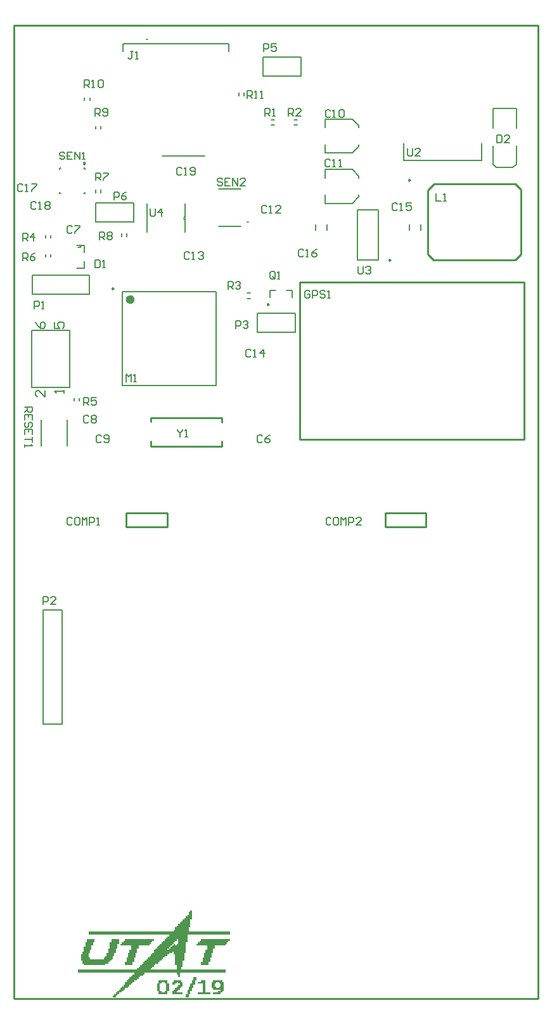
<source format=gto>
G04*
G04 #@! TF.GenerationSoftware,Altium Limited,Altium Designer,18.0.12 (696)*
G04*
G04 Layer_Color=65535*
%FSLAX25Y25*%
%MOIN*%
G70*
G01*
G75*
%ADD10C,0.00984*%
%ADD11C,0.00000*%
%ADD12C,0.00787*%
%ADD13C,0.02362*%
%ADD14C,0.00600*%
%ADD15C,0.01000*%
%ADD16C,0.00500*%
%ADD17C,0.00800*%
%ADD18C,0.00591*%
G36*
X55100Y30400D02*
Y29600D01*
Y28800D01*
X54300D01*
Y28000D01*
Y27200D01*
Y26400D01*
X53500D01*
Y25600D01*
Y24800D01*
Y24000D01*
X52700D01*
Y23200D01*
Y22400D01*
X51900D01*
Y21600D01*
Y20800D01*
X51100D01*
Y20000D01*
X50300D01*
Y19200D01*
X49500D01*
Y18400D01*
X47900D01*
Y17600D01*
X36700D01*
Y18400D01*
X35900D01*
Y19200D01*
Y20000D01*
X35100D01*
Y20800D01*
Y21600D01*
Y22400D01*
Y23200D01*
X35900D01*
Y24000D01*
Y24800D01*
X36700D01*
Y25600D01*
Y26400D01*
Y27200D01*
X37500D01*
Y28000D01*
Y28800D01*
Y29600D01*
X38300D01*
Y30400D01*
Y31200D01*
X42300D01*
Y30400D01*
Y29600D01*
X41500D01*
Y28800D01*
Y28000D01*
X40700D01*
Y27200D01*
Y26400D01*
Y25600D01*
X39900D01*
Y24800D01*
Y24000D01*
X39100D01*
Y23200D01*
Y22400D01*
Y21600D01*
X39900D01*
Y20800D01*
X47100D01*
Y21600D01*
X47900D01*
Y22400D01*
X48700D01*
Y23200D01*
Y24000D01*
X49500D01*
Y24800D01*
Y25600D01*
Y26400D01*
X50300D01*
Y27200D01*
Y28000D01*
Y28800D01*
Y29600D01*
X51100D01*
Y30400D01*
Y31200D01*
X55100D01*
Y30400D01*
D02*
G37*
G36*
X113500D02*
X112700D01*
Y29600D01*
X111900D01*
Y28800D01*
X111100D01*
Y28000D01*
X105500D01*
Y27200D01*
Y26400D01*
X104700D01*
Y25600D01*
Y24800D01*
Y24000D01*
X103900D01*
Y23200D01*
Y22400D01*
Y21600D01*
X103100D01*
Y20800D01*
Y20000D01*
Y19200D01*
X102300D01*
Y18400D01*
Y17600D01*
X98300D01*
Y18400D01*
Y19200D01*
X99100D01*
Y20000D01*
Y20800D01*
Y21600D01*
X99900D01*
Y22400D01*
Y23200D01*
Y24000D01*
X100700D01*
Y24800D01*
Y25600D01*
X101500D01*
Y26400D01*
Y27200D01*
Y28000D01*
X95900D01*
Y28800D01*
X96700D01*
Y29600D01*
X97500D01*
Y30400D01*
X98300D01*
Y31200D01*
X113500D01*
Y30400D01*
D02*
G37*
G36*
X73500D02*
X72700D01*
Y29600D01*
X71900D01*
Y28800D01*
X71100D01*
Y28000D01*
X65500D01*
Y27200D01*
Y26400D01*
X64700D01*
Y25600D01*
Y24800D01*
Y24000D01*
X63900D01*
Y23200D01*
Y22400D01*
Y21600D01*
X63100D01*
Y20800D01*
Y20000D01*
Y19200D01*
X62300D01*
Y18400D01*
Y17600D01*
X58300D01*
Y18400D01*
Y19200D01*
X59100D01*
Y20000D01*
Y20800D01*
Y21600D01*
X59900D01*
Y22400D01*
Y23200D01*
Y24000D01*
X60700D01*
Y24800D01*
Y25600D01*
X61500D01*
Y26400D01*
Y27200D01*
Y28000D01*
X55900D01*
Y28800D01*
X56700D01*
Y29600D01*
X57500D01*
Y30400D01*
X58300D01*
Y31200D01*
X73500D01*
Y30400D01*
D02*
G37*
G36*
X93500Y45600D02*
Y44800D01*
Y44000D01*
Y43200D01*
Y42400D01*
Y41600D01*
X92700D01*
Y40800D01*
Y40000D01*
Y39200D01*
Y38400D01*
Y37600D01*
X91900D01*
Y36800D01*
Y36000D01*
Y35200D01*
X113500D01*
Y34400D01*
Y33600D01*
X91100D01*
Y32800D01*
Y32000D01*
Y31200D01*
Y30400D01*
Y29600D01*
X90300D01*
Y28800D01*
Y28000D01*
Y27200D01*
Y26400D01*
Y25600D01*
Y24800D01*
Y24000D01*
X89500D01*
Y23200D01*
Y22400D01*
Y21600D01*
Y20800D01*
Y20000D01*
X88700D01*
Y19200D01*
Y18400D01*
Y17600D01*
Y16800D01*
X87900D01*
Y16000D01*
Y15200D01*
X111100D01*
Y14400D01*
Y13600D01*
X87100D01*
Y12800D01*
Y12000D01*
Y11200D01*
X86300D01*
Y12000D01*
Y12800D01*
X85500D01*
Y13600D01*
X68700D01*
Y12800D01*
X67900D01*
Y12000D01*
X66300D01*
Y11200D01*
X65500D01*
Y10400D01*
X64700D01*
Y9600D01*
X63100D01*
Y8800D01*
X62300D01*
Y8000D01*
X61500D01*
Y7200D01*
X60700D01*
Y6400D01*
X59900D01*
Y5600D01*
X58300D01*
Y4800D01*
X57500D01*
Y4000D01*
X56700D01*
Y3200D01*
X55100D01*
Y2400D01*
X54300D01*
Y1600D01*
X53500D01*
Y800D01*
X51900D01*
Y1600D01*
X52700D01*
Y2400D01*
X53500D01*
Y3200D01*
X54300D01*
Y4000D01*
X55100D01*
Y4800D01*
X55900D01*
Y5600D01*
X56700D01*
Y6400D01*
X57500D01*
Y7200D01*
X58300D01*
Y8000D01*
Y8800D01*
X59100D01*
Y9600D01*
X59900D01*
Y10400D01*
X60700D01*
Y11200D01*
X61500D01*
Y12000D01*
X62300D01*
Y12800D01*
X63100D01*
Y13600D01*
X33500D01*
Y14400D01*
Y15200D01*
X64700D01*
Y16000D01*
X65500D01*
Y16800D01*
X66300D01*
Y17600D01*
X67100D01*
Y18400D01*
X67900D01*
Y19200D01*
X68700D01*
Y20000D01*
X69500D01*
Y20800D01*
X70300D01*
Y21600D01*
X71100D01*
Y22400D01*
X71900D01*
Y23200D01*
X72700D01*
Y24000D01*
X73500D01*
Y24800D01*
Y25600D01*
X74300D01*
Y26400D01*
X75100D01*
Y27200D01*
X75900D01*
Y28000D01*
X76700D01*
Y28800D01*
X77500D01*
Y29600D01*
X78300D01*
Y30400D01*
X79100D01*
Y31200D01*
X79900D01*
Y32000D01*
X80700D01*
Y32800D01*
X81500D01*
Y33600D01*
X39100D01*
Y34400D01*
Y35200D01*
X83900D01*
Y36000D01*
X84700D01*
Y36800D01*
Y37600D01*
X85500D01*
Y38400D01*
X86300D01*
Y39200D01*
X87100D01*
Y40000D01*
X87900D01*
Y40800D01*
X88700D01*
Y41600D01*
X89500D01*
Y42400D01*
X90300D01*
Y43200D01*
X91100D01*
Y44000D01*
X91900D01*
Y44800D01*
Y45600D01*
X92700D01*
Y46400D01*
X93500D01*
Y45600D01*
D02*
G37*
G36*
X109500Y8800D02*
X110300D01*
Y4000D01*
X109500D01*
Y3200D01*
X108700D01*
Y2400D01*
X104700D01*
Y3200D01*
X107100D01*
Y4000D01*
X108700D01*
Y4800D01*
X104700D01*
Y5600D01*
X103900D01*
Y8800D01*
X104700D01*
Y9600D01*
X109500D01*
Y8800D01*
D02*
G37*
G36*
X100700Y3200D02*
X103100D01*
Y2400D01*
X96700D01*
Y3200D01*
X99100D01*
Y8000D01*
X96700D01*
Y8800D01*
X98300D01*
Y9600D01*
X100700D01*
Y3200D01*
D02*
G37*
G36*
X87900Y8800D02*
X88700D01*
Y8000D01*
Y7200D01*
Y6400D01*
X87900D01*
Y5600D01*
X87100D01*
Y4800D01*
X86300D01*
Y4000D01*
X85500D01*
Y3200D01*
X88700D01*
Y2400D01*
X83100D01*
Y3200D01*
Y4000D01*
X83900D01*
Y4800D01*
X84700D01*
Y5600D01*
X85500D01*
Y6400D01*
X86300D01*
Y7200D01*
X87100D01*
Y8000D01*
X86300D01*
Y8800D01*
X85500D01*
Y8000D01*
X84700D01*
Y7200D01*
X83100D01*
Y8000D01*
Y8800D01*
X83900D01*
Y9600D01*
X87900D01*
Y8800D01*
D02*
G37*
G36*
X80700D02*
Y8000D01*
X81500D01*
Y7200D01*
Y6400D01*
Y5600D01*
Y4800D01*
Y4000D01*
X80700D01*
Y3200D01*
Y2400D01*
X75900D01*
Y3200D01*
Y4000D01*
X75100D01*
Y4800D01*
Y5600D01*
Y6400D01*
Y7200D01*
Y8000D01*
X75900D01*
Y8800D01*
Y9600D01*
X80700D01*
Y8800D01*
D02*
G37*
G36*
X95900Y10400D02*
Y9600D01*
X95100D01*
Y8800D01*
Y8000D01*
Y7200D01*
X94300D01*
Y6400D01*
Y5600D01*
X93500D01*
Y4800D01*
Y4000D01*
X92700D01*
Y3200D01*
Y2400D01*
X91900D01*
Y1600D01*
Y800D01*
X90300D01*
Y1600D01*
Y2400D01*
X91100D01*
Y3200D01*
Y4000D01*
Y4800D01*
X91900D01*
Y5600D01*
Y6400D01*
X92700D01*
Y7200D01*
Y8000D01*
X93500D01*
Y8800D01*
Y9600D01*
X94300D01*
Y10400D01*
Y11200D01*
X95900D01*
Y10400D01*
D02*
G37*
%LPC*%
G36*
X86300Y31200D02*
X85500D01*
Y30400D01*
X84700D01*
Y29600D01*
X83900D01*
Y28800D01*
X84700D01*
Y28000D01*
X85500D01*
Y28800D01*
X86300D01*
Y29600D01*
Y30400D01*
Y31200D01*
D02*
G37*
G36*
X83900Y28800D02*
X83100D01*
Y28000D01*
X83900D01*
Y28800D01*
D02*
G37*
G36*
X83100Y28000D02*
X82300D01*
Y27200D01*
X83100D01*
Y28000D01*
D02*
G37*
G36*
X82300Y27200D02*
X81500D01*
Y26400D01*
X82300D01*
Y27200D01*
D02*
G37*
G36*
X81500Y26400D02*
X80700D01*
Y25600D01*
X81500D01*
Y26400D01*
D02*
G37*
G36*
X83900Y24800D02*
X83100D01*
Y24000D01*
X81500D01*
Y23200D01*
X80700D01*
Y22400D01*
X79100D01*
Y21600D01*
X78300D01*
Y20800D01*
X77500D01*
Y20000D01*
X76700D01*
Y19200D01*
X75900D01*
Y18400D01*
X74300D01*
Y17600D01*
X73500D01*
Y16800D01*
X72700D01*
Y16000D01*
X71900D01*
Y15200D01*
X85500D01*
Y16000D01*
Y16800D01*
Y17600D01*
X84700D01*
Y18400D01*
Y19200D01*
Y20000D01*
Y20800D01*
Y21600D01*
Y22400D01*
Y23200D01*
X83900D01*
Y24000D01*
Y24800D01*
D02*
G37*
G36*
X107900Y8800D02*
X106300D01*
Y8000D01*
X105500D01*
Y7200D01*
Y6400D01*
X106300D01*
Y5600D01*
X107900D01*
Y6400D01*
X108700D01*
Y7200D01*
Y8000D01*
X107900D01*
Y8800D01*
D02*
G37*
G36*
X79100D02*
X77500D01*
Y8000D01*
X76700D01*
Y7200D01*
Y6400D01*
Y5600D01*
Y4800D01*
Y4000D01*
X77500D01*
Y3200D01*
X79100D01*
Y4000D01*
X79900D01*
Y4800D01*
Y5600D01*
Y6400D01*
Y7200D01*
Y8000D01*
X79100D01*
Y8800D01*
D02*
G37*
%LPD*%
D10*
X133905Y365024D02*
X133167Y365450D01*
Y364597D01*
X133905Y365024D01*
X52268Y373378D02*
X51530Y373804D01*
Y372952D01*
X52268Y373378D01*
X37220Y439239D02*
X36482Y439666D01*
Y438813D01*
X37220Y439239D01*
X208374Y430378D02*
X207636Y430804D01*
Y429952D01*
X208374Y430378D01*
X197909Y388311D02*
X197171Y388737D01*
Y387885D01*
X197909Y388311D01*
D11*
X90000Y411700D02*
X89152Y411348D01*
X88800Y410500D01*
X89152Y409652D01*
X90000Y409300D01*
D12*
X70394Y504500D02*
X69606D01*
X70394D01*
X123252Y408426D02*
X122465D01*
X123252D01*
X9500Y370500D02*
X39500D01*
Y380500D01*
X9500D02*
X39500D01*
X9500Y370500D02*
Y380500D01*
X9389Y351500D02*
X29389D01*
X9389Y321500D02*
X29389D01*
X9389D02*
Y351500D01*
X29389Y321500D02*
Y351500D01*
Y332333D02*
Y351500D01*
X45579Y423713D02*
Y425287D01*
X42823Y423713D02*
Y425287D01*
X59378Y400713D02*
Y402287D01*
X56622Y400713D02*
Y402287D01*
X43000Y408500D02*
Y418500D01*
X63000D01*
Y408500D02*
Y418500D01*
X43000Y408500D02*
X63000D01*
X122713Y368122D02*
X124287D01*
X122713Y370878D02*
X124287D01*
X134595Y368665D02*
Y372209D01*
X137744D01*
X146405Y368665D02*
Y372209D01*
X143256D02*
X146405D01*
X147760Y350500D02*
Y360500D01*
X127760Y350500D02*
X147760D01*
X127760D02*
Y360500D01*
X147760D01*
X42823Y457213D02*
Y458787D01*
X45579Y457213D02*
Y458787D01*
X39816Y472213D02*
Y473787D01*
X37060Y472213D02*
Y473787D01*
X120878Y474713D02*
Y476287D01*
X118122Y474713D02*
Y476287D01*
X15140Y204488D02*
X25140D01*
X15140Y144488D02*
X25140D01*
X15140D02*
Y204488D01*
X25140Y144488D02*
Y204488D01*
X34378Y314213D02*
Y315787D01*
X31622Y314213D02*
Y315787D01*
X131000Y485000D02*
Y495000D01*
X151000D01*
Y485000D02*
Y495000D01*
X131000Y485000D02*
X151000D01*
X56894Y322394D02*
X106106D01*
X56894Y371606D02*
X106106D01*
Y322394D02*
Y371606D01*
X56894Y322394D02*
Y371606D01*
X23933Y435893D02*
Y436680D01*
X24720D01*
X23933Y423294D02*
Y424082D01*
Y423294D02*
X24720D01*
X36531D02*
X37319D01*
Y424082D01*
Y435893D02*
Y436680D01*
X36531D02*
X37319D01*
X147287Y462093D02*
X148862D01*
X147287Y459337D02*
X148862D01*
X135287Y462093D02*
X136862D01*
X135287Y459337D02*
X136862D01*
X19378Y399898D02*
Y401472D01*
X16622Y399898D02*
Y401472D01*
X19378Y389898D02*
Y391472D01*
X16622Y389898D02*
Y391472D01*
X27890Y290807D02*
Y304193D01*
X14110Y290807D02*
Y304193D01*
X213953Y403925D02*
Y407075D01*
X208047Y403925D02*
Y407075D01*
X205028Y440811D02*
Y449669D01*
Y440811D02*
X245972D01*
Y449669D01*
X158547Y403925D02*
Y407075D01*
X164453Y403925D02*
Y407075D01*
X191512Y388311D02*
Y414689D01*
X180488Y388311D02*
Y414689D01*
Y388311D02*
X191512D01*
X180488Y414689D02*
X191512D01*
X251898Y438630D02*
Y448276D01*
X264102Y438630D02*
Y448276D01*
Y457724D02*
Y467961D01*
X251898Y457724D02*
Y467961D01*
X253669Y436858D02*
X262331D01*
X264102Y438630D01*
X251898D02*
X253669Y436858D01*
X251898Y467961D02*
X264102D01*
D13*
X62012Y367669D02*
X61567Y368593D01*
X60568Y368821D01*
X59767Y368182D01*
Y367157D01*
X60568Y366518D01*
X61567Y366746D01*
X62012Y367669D01*
D14*
X33747Y394897D02*
X34833Y395039D01*
X35338Y396010D01*
X90000Y411700D02*
Y417900D01*
Y409300D02*
Y411700D01*
Y403100D02*
Y409300D01*
X70000Y403100D02*
Y417900D01*
X33038Y396000D02*
X35338D01*
X36938D01*
Y384000D02*
Y387700D01*
X33038Y384000D02*
X36938D01*
Y392300D02*
Y396000D01*
D15*
X0Y0D02*
X275591D01*
X0D02*
Y511811D01*
X275591Y0D02*
Y511811D01*
X0D02*
X275591D01*
X150126Y335500D02*
Y376839D01*
Y294161D02*
Y335500D01*
Y376839D02*
X268236D01*
X150126Y294161D02*
X268236D01*
Y335500D01*
Y376839D01*
X80500Y248000D02*
Y251697D01*
X59000Y248500D02*
Y255500D01*
X80500D01*
Y251697D02*
Y255500D01*
X59000Y248000D02*
X80500D01*
X59000D02*
Y248500D01*
X195106Y248000D02*
Y248500D01*
Y248000D02*
X216606D01*
Y251697D02*
Y255500D01*
X195106D02*
X216606D01*
X195106Y248500D02*
Y255500D01*
X216606Y248000D02*
Y251697D01*
X71750Y290500D02*
X109250D01*
X71750Y305500D02*
X109250D01*
Y290500D02*
Y293000D01*
Y303000D02*
Y305500D01*
X71750Y290500D02*
Y293000D01*
Y303250D02*
Y305500D01*
X217500Y425000D02*
X221000Y428500D01*
X263500D01*
X266500Y425500D01*
X263500Y388500D02*
X266500Y391500D01*
Y425500D01*
X220500Y388500D02*
X263500D01*
X217500Y391500D02*
X220500Y388500D01*
X217500Y391500D02*
Y425000D01*
D16*
X181358Y421646D02*
Y422630D01*
X177815Y418142D02*
X181358Y421646D01*
X163642Y418142D02*
X177815D01*
X163642D02*
Y422630D01*
Y431370D02*
Y435858D01*
X177815D01*
X181358Y432354D01*
Y431370D02*
Y432354D01*
Y448146D02*
Y449130D01*
X177815Y444642D02*
X181358Y448146D01*
X163642Y444642D02*
X177815D01*
X163642D02*
Y449130D01*
Y457870D02*
Y462358D01*
X177815D01*
X181358Y458854D01*
Y457870D02*
Y458854D01*
X57165Y498161D02*
Y501882D01*
X112835D01*
Y498161D02*
Y501882D01*
X77913Y443024D02*
X100354D01*
X107594Y425643D02*
X119406D01*
X107594Y405957D02*
X119406D01*
D17*
X11391Y355832D02*
X12224Y354166D01*
X13890Y352500D01*
X15556D01*
X16389Y353333D01*
Y354999D01*
X15556Y355832D01*
X14723D01*
X13890Y354999D01*
Y352500D01*
X21391Y355832D02*
Y352500D01*
X23890D01*
X23057Y354166D01*
Y354999D01*
X23890Y355832D01*
X25556D01*
X26389Y354999D01*
Y353333D01*
X25556Y352500D01*
X16389Y319832D02*
Y316500D01*
X13057Y319832D01*
X12224D01*
X11391Y318999D01*
Y317333D01*
X12224Y316500D01*
X26389Y318500D02*
Y320166D01*
Y319333D01*
X21391D01*
X22224Y318500D01*
D18*
X10500Y362748D02*
Y366684D01*
X12468D01*
X13124Y366028D01*
Y364716D01*
X12468Y364060D01*
X10500D01*
X14436Y362748D02*
X15748D01*
X15092D01*
Y366684D01*
X14436Y366028D01*
X124624Y340780D02*
X123968Y341436D01*
X122656D01*
X122000Y340780D01*
Y338156D01*
X122656Y337500D01*
X123968D01*
X124624Y338156D01*
X125936Y337500D02*
X127248D01*
X126592D01*
Y341436D01*
X125936Y340780D01*
X131183Y337500D02*
Y341436D01*
X129216Y339468D01*
X131839D01*
X92233Y392032D02*
X91577Y392688D01*
X90265D01*
X89609Y392032D01*
Y389408D01*
X90265Y388752D01*
X91577D01*
X92233Y389408D01*
X93545Y388752D02*
X94856D01*
X94200D01*
Y392688D01*
X93545Y392032D01*
X96824D02*
X97480Y392688D01*
X98792D01*
X99448Y392032D01*
Y391376D01*
X98792Y390720D01*
X98136D01*
X98792D01*
X99448Y390064D01*
Y389408D01*
X98792Y388752D01*
X97480D01*
X96824Y389408D01*
X45000Y399000D02*
Y402936D01*
X46968D01*
X47624Y402280D01*
Y400968D01*
X46968Y400312D01*
X45000D01*
X46312D02*
X47624Y399000D01*
X48936Y402280D02*
X49592Y402936D01*
X50904D01*
X51560Y402280D01*
Y401624D01*
X50904Y400968D01*
X51560Y400312D01*
Y399656D01*
X50904Y399000D01*
X49592D01*
X48936Y399656D01*
Y400312D01*
X49592Y400968D01*
X48936Y401624D01*
Y402280D01*
X49592Y400968D02*
X50904D01*
X30624Y405780D02*
X29968Y406436D01*
X28656D01*
X28000Y405780D01*
Y403156D01*
X28656Y402500D01*
X29968D01*
X30624Y403156D01*
X31936Y406436D02*
X34560D01*
Y405780D01*
X31936Y403156D01*
Y402500D01*
X52500Y420000D02*
Y423936D01*
X54468D01*
X55124Y423280D01*
Y421968D01*
X54468Y421312D01*
X52500D01*
X59060Y423936D02*
X57748Y423280D01*
X56436Y421968D01*
Y420656D01*
X57092Y420000D01*
X58404D01*
X59060Y420656D01*
Y421312D01*
X58404Y421968D01*
X56436D01*
X11624Y418280D02*
X10968Y418936D01*
X9656D01*
X9000Y418280D01*
Y415656D01*
X9656Y415000D01*
X10968D01*
X11624Y415656D01*
X12936Y415000D02*
X14248D01*
X13592D01*
Y418936D01*
X12936Y418280D01*
X16216D02*
X16872Y418936D01*
X18183D01*
X18839Y418280D01*
Y417624D01*
X18183Y416968D01*
X18839Y416312D01*
Y415656D01*
X18183Y415000D01*
X16872D01*
X16216Y415656D01*
Y416312D01*
X16872Y416968D01*
X16216Y417624D01*
Y418280D01*
X16872Y416968D02*
X18183D01*
X112500Y373000D02*
Y376936D01*
X114468D01*
X115124Y376280D01*
Y374968D01*
X114468Y374312D01*
X112500D01*
X113812D02*
X115124Y373000D01*
X116436Y376280D02*
X117092Y376936D01*
X118404D01*
X119060Y376280D01*
Y375624D01*
X118404Y374968D01*
X117748D01*
X118404D01*
X119060Y374312D01*
Y373656D01*
X118404Y373000D01*
X117092D01*
X116436Y373656D01*
X137124Y379156D02*
Y381780D01*
X136468Y382436D01*
X135156D01*
X134500Y381780D01*
Y379156D01*
X135156Y378500D01*
X136468D01*
X135812Y379812D02*
X137124Y378500D01*
X136468D02*
X137124Y379156D01*
X138436Y378500D02*
X139748D01*
X139092D01*
Y382436D01*
X138436Y381780D01*
X116500Y352500D02*
Y356436D01*
X118468D01*
X119124Y355780D01*
Y354468D01*
X118468Y353812D01*
X116500D01*
X120436Y355780D02*
X121092Y356436D01*
X122404D01*
X123060Y355780D01*
Y355124D01*
X122404Y354468D01*
X121748D01*
X122404D01*
X123060Y353812D01*
Y353156D01*
X122404Y352500D01*
X121092D01*
X120436Y353156D01*
X43000Y430200D02*
Y434136D01*
X44968D01*
X45624Y433480D01*
Y432168D01*
X44968Y431512D01*
X43000D01*
X44312D02*
X45624Y430200D01*
X46936Y434136D02*
X49560D01*
Y433480D01*
X46936Y430856D01*
Y430200D01*
X122500Y473500D02*
Y477436D01*
X124468D01*
X125124Y476780D01*
Y475468D01*
X124468Y474812D01*
X122500D01*
X123812D02*
X125124Y473500D01*
X126436D02*
X127748D01*
X127092D01*
Y477436D01*
X126436Y476780D01*
X129716Y473500D02*
X131027D01*
X130371D01*
Y477436D01*
X129716Y476780D01*
X36938Y479000D02*
Y482936D01*
X38906D01*
X39562Y482280D01*
Y480968D01*
X38906Y480312D01*
X36938D01*
X38250D02*
X39562Y479000D01*
X40874D02*
X42185D01*
X41530D01*
Y482936D01*
X40874Y482280D01*
X44153D02*
X44809Y482936D01*
X46121D01*
X46777Y482280D01*
Y479656D01*
X46121Y479000D01*
X44809D01*
X44153Y479656D01*
Y482280D01*
X42657Y464000D02*
Y467936D01*
X44625D01*
X45281Y467280D01*
Y465968D01*
X44625Y465312D01*
X42657D01*
X43969D02*
X45281Y464000D01*
X46593Y464656D02*
X47249Y464000D01*
X48561D01*
X49217Y464656D01*
Y467280D01*
X48561Y467936D01*
X47249D01*
X46593Y467280D01*
Y466624D01*
X47249Y465968D01*
X49217D01*
X15300Y207500D02*
Y211436D01*
X17268D01*
X17924Y210780D01*
Y209468D01*
X17268Y208812D01*
X15300D01*
X21860Y207500D02*
X19236D01*
X21860Y210124D01*
Y210780D01*
X21204Y211436D01*
X19892D01*
X19236Y210780D01*
X39298Y306024D02*
X38642Y306680D01*
X37330D01*
X36674Y306024D01*
Y303400D01*
X37330Y302744D01*
X38642D01*
X39298Y303400D01*
X40610Y306024D02*
X41266Y306680D01*
X42578D01*
X43234Y306024D01*
Y305368D01*
X42578Y304712D01*
X43234Y304056D01*
Y303400D01*
X42578Y302744D01*
X41266D01*
X40610Y303400D01*
Y304056D01*
X41266Y304712D01*
X40610Y305368D01*
Y306024D01*
X41266Y304712D02*
X42578D01*
X133002Y416416D02*
X132346Y417072D01*
X131034D01*
X130378Y416416D01*
Y413792D01*
X131034Y413136D01*
X132346D01*
X133002Y413792D01*
X134314Y413136D02*
X135626D01*
X134970D01*
Y417072D01*
X134314Y416416D01*
X140217Y413136D02*
X137593D01*
X140217Y415760D01*
Y416416D01*
X139561Y417072D01*
X138249D01*
X137593Y416416D01*
X88124Y436280D02*
X87468Y436936D01*
X86156D01*
X85500Y436280D01*
Y433656D01*
X86156Y433000D01*
X87468D01*
X88124Y433656D01*
X89436Y433000D02*
X90748D01*
X90092D01*
Y436936D01*
X89436Y436280D01*
X92716Y433656D02*
X93371Y433000D01*
X94683D01*
X95339Y433656D01*
Y436280D01*
X94683Y436936D01*
X93371D01*
X92716Y436280D01*
Y435624D01*
X93371Y434968D01*
X95339D01*
X4624Y427780D02*
X3968Y428436D01*
X2656D01*
X2000Y427780D01*
Y425156D01*
X2656Y424500D01*
X3968D01*
X4624Y425156D01*
X5936Y424500D02*
X7248D01*
X6592D01*
Y428436D01*
X5936Y427780D01*
X9216Y428436D02*
X11839D01*
Y427780D01*
X9216Y425156D01*
Y424500D01*
X131200Y498000D02*
Y501936D01*
X133168D01*
X133824Y501280D01*
Y499968D01*
X133168Y499312D01*
X131200D01*
X137760Y501936D02*
X135136D01*
Y499968D01*
X136448Y500624D01*
X137104D01*
X137760Y499968D01*
Y498656D01*
X137104Y498000D01*
X135792D01*
X135136Y498656D01*
X62624Y497936D02*
X61312D01*
X61968D01*
Y494656D01*
X61312Y494000D01*
X60656D01*
X60000Y494656D01*
X63936Y494000D02*
X65248D01*
X64592D01*
Y497936D01*
X63936Y497280D01*
X155624Y371780D02*
X154968Y372436D01*
X153656D01*
X153000Y371780D01*
Y369156D01*
X153656Y368500D01*
X154968D01*
X155624Y369156D01*
Y370468D01*
X154312D01*
X156936Y368500D02*
Y372436D01*
X158904D01*
X159560Y371780D01*
Y370468D01*
X158904Y369812D01*
X156936D01*
X163495Y371780D02*
X162839Y372436D01*
X161527D01*
X160872Y371780D01*
Y371124D01*
X161527Y370468D01*
X162839D01*
X163495Y369812D01*
Y369156D01*
X162839Y368500D01*
X161527D01*
X160872Y369156D01*
X164807Y368500D02*
X166119D01*
X165463D01*
Y372436D01*
X164807Y371780D01*
X30518Y252280D02*
X29862Y252936D01*
X28550D01*
X27894Y252280D01*
Y249656D01*
X28550Y249000D01*
X29862D01*
X30518Y249656D01*
X33797Y252936D02*
X32485D01*
X31829Y252280D01*
Y249656D01*
X32485Y249000D01*
X33797D01*
X34453Y249656D01*
Y252280D01*
X33797Y252936D01*
X35765Y249000D02*
Y252936D01*
X37077Y251624D01*
X38389Y252936D01*
Y249000D01*
X39701D02*
Y252936D01*
X41669D01*
X42325Y252280D01*
Y250968D01*
X41669Y250312D01*
X39701D01*
X43637Y249000D02*
X44949D01*
X44293D01*
Y252936D01*
X43637Y252280D01*
X166730D02*
X166074Y252936D01*
X164762D01*
X164106Y252280D01*
Y249656D01*
X164762Y249000D01*
X166074D01*
X166730Y249656D01*
X170010Y252936D02*
X168698D01*
X168042Y252280D01*
Y249656D01*
X168698Y249000D01*
X170010D01*
X170666Y249656D01*
Y252280D01*
X170010Y252936D01*
X171978Y249000D02*
Y252936D01*
X173290Y251624D01*
X174602Y252936D01*
Y249000D01*
X175914D02*
Y252936D01*
X177881D01*
X178537Y252280D01*
Y250968D01*
X177881Y250312D01*
X175914D01*
X182473Y249000D02*
X179849D01*
X182473Y251624D01*
Y252280D01*
X181817Y252936D01*
X180505D01*
X179849Y252280D01*
X26655Y444480D02*
X25999Y445136D01*
X24687D01*
X24031Y444480D01*
Y443824D01*
X24687Y443168D01*
X25999D01*
X26655Y442512D01*
Y441856D01*
X25999Y441200D01*
X24687D01*
X24031Y441856D01*
X30591Y445136D02*
X27967D01*
Y441200D01*
X30591D01*
X27967Y443168D02*
X29279D01*
X31903Y441200D02*
Y445136D01*
X34527Y441200D01*
Y445136D01*
X35839Y441200D02*
X37150D01*
X36495D01*
Y445136D01*
X35839Y444480D01*
X71657Y415436D02*
Y412156D01*
X72313Y411500D01*
X73625D01*
X74281Y412156D01*
Y415436D01*
X77561Y411500D02*
Y415436D01*
X75593Y413468D01*
X78217D01*
X86000Y299436D02*
Y298780D01*
X87312Y297468D01*
X88624Y298780D01*
Y299436D01*
X87312Y297468D02*
Y295500D01*
X89936D02*
X91248D01*
X90592D01*
Y299436D01*
X89936Y298780D01*
X166301Y440780D02*
X165645Y441436D01*
X164333D01*
X163677Y440780D01*
Y438156D01*
X164333Y437500D01*
X165645D01*
X166301Y438156D01*
X167613Y437500D02*
X168925D01*
X168269D01*
Y441436D01*
X167613Y440780D01*
X170892Y437500D02*
X172204D01*
X171548D01*
Y441436D01*
X170892Y440780D01*
X166415Y466780D02*
X165759Y467436D01*
X164447D01*
X163791Y466780D01*
Y464156D01*
X164447Y463500D01*
X165759D01*
X166415Y464156D01*
X167727Y463500D02*
X169039D01*
X168383D01*
Y467436D01*
X167727Y466780D01*
X171007D02*
X171663Y467436D01*
X172975D01*
X173631Y466780D01*
Y464156D01*
X172975Y463500D01*
X171663D01*
X171007Y464156D01*
Y466780D01*
X42657Y388436D02*
Y384500D01*
X44625D01*
X45281Y385156D01*
Y387780D01*
X44625Y388436D01*
X42657D01*
X46593Y384500D02*
X47905D01*
X47249D01*
Y388436D01*
X46593Y387780D01*
X109624Y430780D02*
X108968Y431436D01*
X107656D01*
X107000Y430780D01*
Y430124D01*
X107656Y429468D01*
X108968D01*
X109624Y428812D01*
Y428156D01*
X108968Y427500D01*
X107656D01*
X107000Y428156D01*
X113560Y431436D02*
X110936D01*
Y427500D01*
X113560D01*
X110936Y429468D02*
X112248D01*
X114872Y427500D02*
Y431436D01*
X117495Y427500D01*
Y431436D01*
X121431Y427500D02*
X118807D01*
X121431Y430124D01*
Y430780D01*
X120775Y431436D01*
X119463D01*
X118807Y430780D01*
X144240Y464000D02*
Y467936D01*
X146208D01*
X146864Y467280D01*
Y465968D01*
X146208Y465312D01*
X144240D01*
X145552D02*
X146864Y464000D01*
X150800D02*
X148176D01*
X150800Y466624D01*
Y467280D01*
X150144Y467936D01*
X148832D01*
X148176Y467280D01*
X132000Y464000D02*
Y467936D01*
X133968D01*
X134624Y467280D01*
Y465968D01*
X133968Y465312D01*
X132000D01*
X133312D02*
X134624Y464000D01*
X135936D02*
X137248D01*
X136592D01*
Y467936D01*
X135936Y467280D01*
X4500Y388000D02*
Y391936D01*
X6468D01*
X7124Y391280D01*
Y389968D01*
X6468Y389312D01*
X4500D01*
X5812D02*
X7124Y388000D01*
X11060Y391936D02*
X9748Y391280D01*
X8436Y389968D01*
Y388656D01*
X9092Y388000D01*
X10404D01*
X11060Y388656D01*
Y389312D01*
X10404Y389968D01*
X8436D01*
X4500Y398500D02*
Y402436D01*
X6468D01*
X7124Y401780D01*
Y400468D01*
X6468Y399812D01*
X4500D01*
X5812D02*
X7124Y398500D01*
X10404D02*
Y402436D01*
X8436Y400468D01*
X11060D01*
X59000Y324500D02*
Y328436D01*
X60312Y327124D01*
X61624Y328436D01*
Y324500D01*
X62936D02*
X64248D01*
X63592D01*
Y328436D01*
X62936Y327780D01*
X207000Y446936D02*
Y443656D01*
X207656Y443000D01*
X208968D01*
X209624Y443656D01*
Y446936D01*
X213560Y443000D02*
X210936D01*
X213560Y445624D01*
Y446280D01*
X212904Y446936D01*
X211592D01*
X210936Y446280D01*
X181000Y384936D02*
Y381656D01*
X181656Y381000D01*
X182968D01*
X183624Y381656D01*
Y384936D01*
X184936Y384280D02*
X185592Y384936D01*
X186904D01*
X187560Y384280D01*
Y383624D01*
X186904Y382968D01*
X186248D01*
X186904D01*
X187560Y382312D01*
Y381656D01*
X186904Y381000D01*
X185592D01*
X184936Y381656D01*
X5500Y311000D02*
X9436D01*
Y309032D01*
X8780Y308376D01*
X7468D01*
X6812Y309032D01*
Y311000D01*
Y309688D02*
X5500Y308376D01*
X9436Y304440D02*
Y307064D01*
X5500D01*
Y304440D01*
X7468Y307064D02*
Y305752D01*
X8780Y300505D02*
X9436Y301161D01*
Y302473D01*
X8780Y303129D01*
X8124D01*
X7468Y302473D01*
Y301161D01*
X6812Y300505D01*
X6156D01*
X5500Y301161D01*
Y302473D01*
X6156Y303129D01*
X9436Y296569D02*
Y299193D01*
X5500D01*
Y296569D01*
X7468Y299193D02*
Y297881D01*
X9436Y295257D02*
Y292633D01*
Y293945D01*
X5500D01*
Y291321D02*
Y290009D01*
Y290665D01*
X9436D01*
X8780Y291321D01*
X36674Y312047D02*
Y315983D01*
X38642D01*
X39298Y315327D01*
Y314015D01*
X38642Y313359D01*
X36674D01*
X37986D02*
X39298Y312047D01*
X43234Y315983D02*
X40610D01*
Y314015D01*
X41922Y314671D01*
X42578D01*
X43234Y314015D01*
Y312703D01*
X42578Y312047D01*
X41266D01*
X40610Y312703D01*
X222000Y423436D02*
Y419500D01*
X224624D01*
X225936D02*
X227248D01*
X226592D01*
Y423436D01*
X225936Y422780D01*
X254024Y453936D02*
X254000Y450000D01*
X255968Y449988D01*
X256628Y450640D01*
X256644Y453264D01*
X255992Y453924D01*
X254024Y453936D01*
X260559Y449961D02*
X257936Y449976D01*
X260575Y452584D01*
X260579Y453240D01*
X259927Y453900D01*
X258615Y453908D01*
X257955Y453256D01*
X46018Y295780D02*
X45362Y296436D01*
X44050D01*
X43394Y295780D01*
Y293156D01*
X44050Y292500D01*
X45362D01*
X46018Y293156D01*
X47329D02*
X47985Y292500D01*
X49297D01*
X49953Y293156D01*
Y295780D01*
X49297Y296436D01*
X47985D01*
X47329Y295780D01*
Y295124D01*
X47985Y294468D01*
X49953D01*
X130624Y295780D02*
X129968Y296436D01*
X128656D01*
X128000Y295780D01*
Y293156D01*
X128656Y292500D01*
X129968D01*
X130624Y293156D01*
X134560Y296436D02*
X133248Y295780D01*
X131936Y294468D01*
Y293156D01*
X132592Y292500D01*
X133904D01*
X134560Y293156D01*
Y293812D01*
X133904Y294468D01*
X131936D01*
X152124Y393280D02*
X151468Y393936D01*
X150156D01*
X149500Y393280D01*
Y390656D01*
X150156Y390000D01*
X151468D01*
X152124Y390656D01*
X153436Y390000D02*
X154748D01*
X154092D01*
Y393936D01*
X153436Y393280D01*
X159339Y393936D02*
X158027Y393280D01*
X156716Y391968D01*
Y390656D01*
X157371Y390000D01*
X158683D01*
X159339Y390656D01*
Y391312D01*
X158683Y391968D01*
X156716D01*
X201624Y417780D02*
X200968Y418436D01*
X199656D01*
X199000Y417780D01*
Y415156D01*
X199656Y414500D01*
X200968D01*
X201624Y415156D01*
X202936Y414500D02*
X204248D01*
X203592D01*
Y418436D01*
X202936Y417780D01*
X208839Y418436D02*
X206216D01*
Y416468D01*
X207527Y417124D01*
X208183D01*
X208839Y416468D01*
Y415156D01*
X208183Y414500D01*
X206872D01*
X206216Y415156D01*
M02*

</source>
